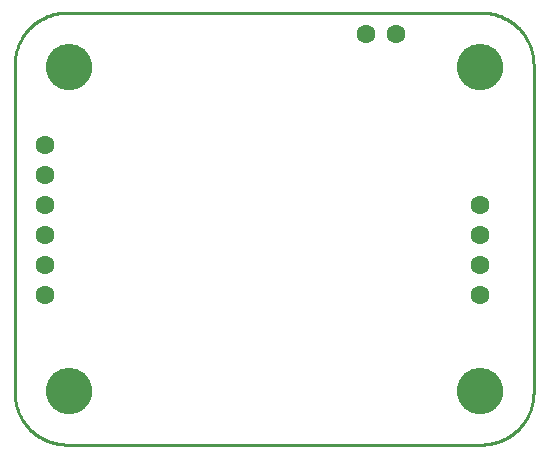
<source format=gbs>
G75*
%MOIN*%
%OFA0B0*%
%FSLAX25Y25*%
%IPPOS*%
%LPD*%
%AMOC8*
5,1,8,0,0,1.08239X$1,22.5*
%
%ADD10C,0.01000*%
%ADD11C,0.00000*%
%ADD12C,0.15400*%
%ADD13C,0.06306*%
D10*
X0019300Y0001800D02*
X0157300Y0001800D01*
X0157723Y0001805D01*
X0158145Y0001820D01*
X0158568Y0001846D01*
X0158989Y0001882D01*
X0159409Y0001928D01*
X0159829Y0001984D01*
X0160246Y0002050D01*
X0160662Y0002126D01*
X0161076Y0002212D01*
X0161488Y0002309D01*
X0161897Y0002415D01*
X0162304Y0002531D01*
X0162708Y0002657D01*
X0163108Y0002792D01*
X0163506Y0002937D01*
X0163899Y0003092D01*
X0164289Y0003256D01*
X0164675Y0003430D01*
X0165056Y0003613D01*
X0165433Y0003805D01*
X0165805Y0004006D01*
X0166172Y0004216D01*
X0166534Y0004434D01*
X0166890Y0004662D01*
X0167241Y0004898D01*
X0167586Y0005142D01*
X0167925Y0005395D01*
X0168258Y0005656D01*
X0168585Y0005924D01*
X0168905Y0006201D01*
X0169218Y0006485D01*
X0169524Y0006777D01*
X0169823Y0007076D01*
X0170115Y0007382D01*
X0170399Y0007695D01*
X0170676Y0008015D01*
X0170944Y0008342D01*
X0171205Y0008675D01*
X0171458Y0009014D01*
X0171702Y0009359D01*
X0171938Y0009710D01*
X0172166Y0010066D01*
X0172384Y0010428D01*
X0172594Y0010795D01*
X0172795Y0011167D01*
X0172987Y0011544D01*
X0173170Y0011925D01*
X0173344Y0012311D01*
X0173508Y0012701D01*
X0173663Y0013094D01*
X0173808Y0013492D01*
X0173943Y0013892D01*
X0174069Y0014296D01*
X0174185Y0014703D01*
X0174291Y0015112D01*
X0174388Y0015524D01*
X0174474Y0015938D01*
X0174550Y0016354D01*
X0174616Y0016771D01*
X0174672Y0017191D01*
X0174718Y0017611D01*
X0174754Y0018032D01*
X0174780Y0018455D01*
X0174795Y0018877D01*
X0174800Y0019300D01*
X0174800Y0128300D01*
X0174795Y0128723D01*
X0174780Y0129145D01*
X0174754Y0129568D01*
X0174718Y0129989D01*
X0174672Y0130409D01*
X0174616Y0130829D01*
X0174550Y0131246D01*
X0174474Y0131662D01*
X0174388Y0132076D01*
X0174291Y0132488D01*
X0174185Y0132897D01*
X0174069Y0133304D01*
X0173943Y0133708D01*
X0173808Y0134108D01*
X0173663Y0134506D01*
X0173508Y0134899D01*
X0173344Y0135289D01*
X0173170Y0135675D01*
X0172987Y0136056D01*
X0172795Y0136433D01*
X0172594Y0136805D01*
X0172384Y0137172D01*
X0172166Y0137534D01*
X0171938Y0137890D01*
X0171702Y0138241D01*
X0171458Y0138586D01*
X0171205Y0138925D01*
X0170944Y0139258D01*
X0170676Y0139585D01*
X0170399Y0139905D01*
X0170115Y0140218D01*
X0169823Y0140524D01*
X0169524Y0140823D01*
X0169218Y0141115D01*
X0168905Y0141399D01*
X0168585Y0141676D01*
X0168258Y0141944D01*
X0167925Y0142205D01*
X0167586Y0142458D01*
X0167241Y0142702D01*
X0166890Y0142938D01*
X0166534Y0143166D01*
X0166172Y0143384D01*
X0165805Y0143594D01*
X0165433Y0143795D01*
X0165056Y0143987D01*
X0164675Y0144170D01*
X0164289Y0144344D01*
X0163899Y0144508D01*
X0163506Y0144663D01*
X0163108Y0144808D01*
X0162708Y0144943D01*
X0162304Y0145069D01*
X0161897Y0145185D01*
X0161488Y0145291D01*
X0161076Y0145388D01*
X0160662Y0145474D01*
X0160246Y0145550D01*
X0159829Y0145616D01*
X0159409Y0145672D01*
X0158989Y0145718D01*
X0158568Y0145754D01*
X0158145Y0145780D01*
X0157723Y0145795D01*
X0157300Y0145800D01*
X0019300Y0145800D01*
X0018877Y0145795D01*
X0018455Y0145780D01*
X0018032Y0145754D01*
X0017611Y0145718D01*
X0017191Y0145672D01*
X0016771Y0145616D01*
X0016354Y0145550D01*
X0015938Y0145474D01*
X0015524Y0145388D01*
X0015112Y0145291D01*
X0014703Y0145185D01*
X0014296Y0145069D01*
X0013892Y0144943D01*
X0013492Y0144808D01*
X0013094Y0144663D01*
X0012701Y0144508D01*
X0012311Y0144344D01*
X0011925Y0144170D01*
X0011544Y0143987D01*
X0011167Y0143795D01*
X0010795Y0143594D01*
X0010428Y0143384D01*
X0010066Y0143166D01*
X0009710Y0142938D01*
X0009359Y0142702D01*
X0009014Y0142458D01*
X0008675Y0142205D01*
X0008342Y0141944D01*
X0008015Y0141676D01*
X0007695Y0141399D01*
X0007382Y0141115D01*
X0007076Y0140823D01*
X0006777Y0140524D01*
X0006485Y0140218D01*
X0006201Y0139905D01*
X0005924Y0139585D01*
X0005656Y0139258D01*
X0005395Y0138925D01*
X0005142Y0138586D01*
X0004898Y0138241D01*
X0004662Y0137890D01*
X0004434Y0137534D01*
X0004216Y0137172D01*
X0004006Y0136805D01*
X0003805Y0136433D01*
X0003613Y0136056D01*
X0003430Y0135675D01*
X0003256Y0135289D01*
X0003092Y0134899D01*
X0002937Y0134506D01*
X0002792Y0134108D01*
X0002657Y0133708D01*
X0002531Y0133304D01*
X0002415Y0132897D01*
X0002309Y0132488D01*
X0002212Y0132076D01*
X0002126Y0131662D01*
X0002050Y0131246D01*
X0001984Y0130829D01*
X0001928Y0130409D01*
X0001882Y0129989D01*
X0001846Y0129568D01*
X0001820Y0129145D01*
X0001805Y0128723D01*
X0001800Y0128300D01*
X0001800Y0019300D01*
X0001805Y0018877D01*
X0001820Y0018455D01*
X0001846Y0018032D01*
X0001882Y0017611D01*
X0001928Y0017191D01*
X0001984Y0016771D01*
X0002050Y0016354D01*
X0002126Y0015938D01*
X0002212Y0015524D01*
X0002309Y0015112D01*
X0002415Y0014703D01*
X0002531Y0014296D01*
X0002657Y0013892D01*
X0002792Y0013492D01*
X0002937Y0013094D01*
X0003092Y0012701D01*
X0003256Y0012311D01*
X0003430Y0011925D01*
X0003613Y0011544D01*
X0003805Y0011167D01*
X0004006Y0010795D01*
X0004216Y0010428D01*
X0004434Y0010066D01*
X0004662Y0009710D01*
X0004898Y0009359D01*
X0005142Y0009014D01*
X0005395Y0008675D01*
X0005656Y0008342D01*
X0005924Y0008015D01*
X0006201Y0007695D01*
X0006485Y0007382D01*
X0006777Y0007076D01*
X0007076Y0006777D01*
X0007382Y0006485D01*
X0007695Y0006201D01*
X0008015Y0005924D01*
X0008342Y0005656D01*
X0008675Y0005395D01*
X0009014Y0005142D01*
X0009359Y0004898D01*
X0009710Y0004662D01*
X0010066Y0004434D01*
X0010428Y0004216D01*
X0010795Y0004006D01*
X0011167Y0003805D01*
X0011544Y0003613D01*
X0011925Y0003430D01*
X0012311Y0003256D01*
X0012701Y0003092D01*
X0013094Y0002937D01*
X0013492Y0002792D01*
X0013892Y0002657D01*
X0014296Y0002531D01*
X0014703Y0002415D01*
X0015112Y0002309D01*
X0015524Y0002212D01*
X0015938Y0002126D01*
X0016354Y0002050D01*
X0016771Y0001984D01*
X0017191Y0001928D01*
X0017611Y0001882D01*
X0018032Y0001846D01*
X0018455Y0001820D01*
X0018877Y0001805D01*
X0019300Y0001800D01*
D11*
X0012300Y0019800D02*
X0012302Y0019984D01*
X0012309Y0020168D01*
X0012320Y0020352D01*
X0012336Y0020535D01*
X0012356Y0020718D01*
X0012381Y0020900D01*
X0012410Y0021082D01*
X0012444Y0021263D01*
X0012482Y0021443D01*
X0012525Y0021622D01*
X0012572Y0021800D01*
X0012623Y0021977D01*
X0012679Y0022153D01*
X0012738Y0022327D01*
X0012803Y0022499D01*
X0012871Y0022670D01*
X0012943Y0022839D01*
X0013020Y0023007D01*
X0013101Y0023172D01*
X0013186Y0023335D01*
X0013274Y0023497D01*
X0013367Y0023656D01*
X0013464Y0023812D01*
X0013564Y0023967D01*
X0013668Y0024119D01*
X0013776Y0024268D01*
X0013887Y0024414D01*
X0014002Y0024558D01*
X0014121Y0024699D01*
X0014243Y0024837D01*
X0014368Y0024972D01*
X0014497Y0025103D01*
X0014628Y0025232D01*
X0014763Y0025357D01*
X0014901Y0025479D01*
X0015042Y0025598D01*
X0015186Y0025713D01*
X0015332Y0025824D01*
X0015481Y0025932D01*
X0015633Y0026036D01*
X0015788Y0026136D01*
X0015944Y0026233D01*
X0016103Y0026326D01*
X0016265Y0026414D01*
X0016428Y0026499D01*
X0016593Y0026580D01*
X0016761Y0026657D01*
X0016930Y0026729D01*
X0017101Y0026797D01*
X0017273Y0026862D01*
X0017447Y0026921D01*
X0017623Y0026977D01*
X0017800Y0027028D01*
X0017978Y0027075D01*
X0018157Y0027118D01*
X0018337Y0027156D01*
X0018518Y0027190D01*
X0018700Y0027219D01*
X0018882Y0027244D01*
X0019065Y0027264D01*
X0019248Y0027280D01*
X0019432Y0027291D01*
X0019616Y0027298D01*
X0019800Y0027300D01*
X0019984Y0027298D01*
X0020168Y0027291D01*
X0020352Y0027280D01*
X0020535Y0027264D01*
X0020718Y0027244D01*
X0020900Y0027219D01*
X0021082Y0027190D01*
X0021263Y0027156D01*
X0021443Y0027118D01*
X0021622Y0027075D01*
X0021800Y0027028D01*
X0021977Y0026977D01*
X0022153Y0026921D01*
X0022327Y0026862D01*
X0022499Y0026797D01*
X0022670Y0026729D01*
X0022839Y0026657D01*
X0023007Y0026580D01*
X0023172Y0026499D01*
X0023335Y0026414D01*
X0023497Y0026326D01*
X0023656Y0026233D01*
X0023812Y0026136D01*
X0023967Y0026036D01*
X0024119Y0025932D01*
X0024268Y0025824D01*
X0024414Y0025713D01*
X0024558Y0025598D01*
X0024699Y0025479D01*
X0024837Y0025357D01*
X0024972Y0025232D01*
X0025103Y0025103D01*
X0025232Y0024972D01*
X0025357Y0024837D01*
X0025479Y0024699D01*
X0025598Y0024558D01*
X0025713Y0024414D01*
X0025824Y0024268D01*
X0025932Y0024119D01*
X0026036Y0023967D01*
X0026136Y0023812D01*
X0026233Y0023656D01*
X0026326Y0023497D01*
X0026414Y0023335D01*
X0026499Y0023172D01*
X0026580Y0023007D01*
X0026657Y0022839D01*
X0026729Y0022670D01*
X0026797Y0022499D01*
X0026862Y0022327D01*
X0026921Y0022153D01*
X0026977Y0021977D01*
X0027028Y0021800D01*
X0027075Y0021622D01*
X0027118Y0021443D01*
X0027156Y0021263D01*
X0027190Y0021082D01*
X0027219Y0020900D01*
X0027244Y0020718D01*
X0027264Y0020535D01*
X0027280Y0020352D01*
X0027291Y0020168D01*
X0027298Y0019984D01*
X0027300Y0019800D01*
X0027298Y0019616D01*
X0027291Y0019432D01*
X0027280Y0019248D01*
X0027264Y0019065D01*
X0027244Y0018882D01*
X0027219Y0018700D01*
X0027190Y0018518D01*
X0027156Y0018337D01*
X0027118Y0018157D01*
X0027075Y0017978D01*
X0027028Y0017800D01*
X0026977Y0017623D01*
X0026921Y0017447D01*
X0026862Y0017273D01*
X0026797Y0017101D01*
X0026729Y0016930D01*
X0026657Y0016761D01*
X0026580Y0016593D01*
X0026499Y0016428D01*
X0026414Y0016265D01*
X0026326Y0016103D01*
X0026233Y0015944D01*
X0026136Y0015788D01*
X0026036Y0015633D01*
X0025932Y0015481D01*
X0025824Y0015332D01*
X0025713Y0015186D01*
X0025598Y0015042D01*
X0025479Y0014901D01*
X0025357Y0014763D01*
X0025232Y0014628D01*
X0025103Y0014497D01*
X0024972Y0014368D01*
X0024837Y0014243D01*
X0024699Y0014121D01*
X0024558Y0014002D01*
X0024414Y0013887D01*
X0024268Y0013776D01*
X0024119Y0013668D01*
X0023967Y0013564D01*
X0023812Y0013464D01*
X0023656Y0013367D01*
X0023497Y0013274D01*
X0023335Y0013186D01*
X0023172Y0013101D01*
X0023007Y0013020D01*
X0022839Y0012943D01*
X0022670Y0012871D01*
X0022499Y0012803D01*
X0022327Y0012738D01*
X0022153Y0012679D01*
X0021977Y0012623D01*
X0021800Y0012572D01*
X0021622Y0012525D01*
X0021443Y0012482D01*
X0021263Y0012444D01*
X0021082Y0012410D01*
X0020900Y0012381D01*
X0020718Y0012356D01*
X0020535Y0012336D01*
X0020352Y0012320D01*
X0020168Y0012309D01*
X0019984Y0012302D01*
X0019800Y0012300D01*
X0019616Y0012302D01*
X0019432Y0012309D01*
X0019248Y0012320D01*
X0019065Y0012336D01*
X0018882Y0012356D01*
X0018700Y0012381D01*
X0018518Y0012410D01*
X0018337Y0012444D01*
X0018157Y0012482D01*
X0017978Y0012525D01*
X0017800Y0012572D01*
X0017623Y0012623D01*
X0017447Y0012679D01*
X0017273Y0012738D01*
X0017101Y0012803D01*
X0016930Y0012871D01*
X0016761Y0012943D01*
X0016593Y0013020D01*
X0016428Y0013101D01*
X0016265Y0013186D01*
X0016103Y0013274D01*
X0015944Y0013367D01*
X0015788Y0013464D01*
X0015633Y0013564D01*
X0015481Y0013668D01*
X0015332Y0013776D01*
X0015186Y0013887D01*
X0015042Y0014002D01*
X0014901Y0014121D01*
X0014763Y0014243D01*
X0014628Y0014368D01*
X0014497Y0014497D01*
X0014368Y0014628D01*
X0014243Y0014763D01*
X0014121Y0014901D01*
X0014002Y0015042D01*
X0013887Y0015186D01*
X0013776Y0015332D01*
X0013668Y0015481D01*
X0013564Y0015633D01*
X0013464Y0015788D01*
X0013367Y0015944D01*
X0013274Y0016103D01*
X0013186Y0016265D01*
X0013101Y0016428D01*
X0013020Y0016593D01*
X0012943Y0016761D01*
X0012871Y0016930D01*
X0012803Y0017101D01*
X0012738Y0017273D01*
X0012679Y0017447D01*
X0012623Y0017623D01*
X0012572Y0017800D01*
X0012525Y0017978D01*
X0012482Y0018157D01*
X0012444Y0018337D01*
X0012410Y0018518D01*
X0012381Y0018700D01*
X0012356Y0018882D01*
X0012336Y0019065D01*
X0012320Y0019248D01*
X0012309Y0019432D01*
X0012302Y0019616D01*
X0012300Y0019800D01*
X0012300Y0127800D02*
X0012302Y0127984D01*
X0012309Y0128168D01*
X0012320Y0128352D01*
X0012336Y0128535D01*
X0012356Y0128718D01*
X0012381Y0128900D01*
X0012410Y0129082D01*
X0012444Y0129263D01*
X0012482Y0129443D01*
X0012525Y0129622D01*
X0012572Y0129800D01*
X0012623Y0129977D01*
X0012679Y0130153D01*
X0012738Y0130327D01*
X0012803Y0130499D01*
X0012871Y0130670D01*
X0012943Y0130839D01*
X0013020Y0131007D01*
X0013101Y0131172D01*
X0013186Y0131335D01*
X0013274Y0131497D01*
X0013367Y0131656D01*
X0013464Y0131812D01*
X0013564Y0131967D01*
X0013668Y0132119D01*
X0013776Y0132268D01*
X0013887Y0132414D01*
X0014002Y0132558D01*
X0014121Y0132699D01*
X0014243Y0132837D01*
X0014368Y0132972D01*
X0014497Y0133103D01*
X0014628Y0133232D01*
X0014763Y0133357D01*
X0014901Y0133479D01*
X0015042Y0133598D01*
X0015186Y0133713D01*
X0015332Y0133824D01*
X0015481Y0133932D01*
X0015633Y0134036D01*
X0015788Y0134136D01*
X0015944Y0134233D01*
X0016103Y0134326D01*
X0016265Y0134414D01*
X0016428Y0134499D01*
X0016593Y0134580D01*
X0016761Y0134657D01*
X0016930Y0134729D01*
X0017101Y0134797D01*
X0017273Y0134862D01*
X0017447Y0134921D01*
X0017623Y0134977D01*
X0017800Y0135028D01*
X0017978Y0135075D01*
X0018157Y0135118D01*
X0018337Y0135156D01*
X0018518Y0135190D01*
X0018700Y0135219D01*
X0018882Y0135244D01*
X0019065Y0135264D01*
X0019248Y0135280D01*
X0019432Y0135291D01*
X0019616Y0135298D01*
X0019800Y0135300D01*
X0019984Y0135298D01*
X0020168Y0135291D01*
X0020352Y0135280D01*
X0020535Y0135264D01*
X0020718Y0135244D01*
X0020900Y0135219D01*
X0021082Y0135190D01*
X0021263Y0135156D01*
X0021443Y0135118D01*
X0021622Y0135075D01*
X0021800Y0135028D01*
X0021977Y0134977D01*
X0022153Y0134921D01*
X0022327Y0134862D01*
X0022499Y0134797D01*
X0022670Y0134729D01*
X0022839Y0134657D01*
X0023007Y0134580D01*
X0023172Y0134499D01*
X0023335Y0134414D01*
X0023497Y0134326D01*
X0023656Y0134233D01*
X0023812Y0134136D01*
X0023967Y0134036D01*
X0024119Y0133932D01*
X0024268Y0133824D01*
X0024414Y0133713D01*
X0024558Y0133598D01*
X0024699Y0133479D01*
X0024837Y0133357D01*
X0024972Y0133232D01*
X0025103Y0133103D01*
X0025232Y0132972D01*
X0025357Y0132837D01*
X0025479Y0132699D01*
X0025598Y0132558D01*
X0025713Y0132414D01*
X0025824Y0132268D01*
X0025932Y0132119D01*
X0026036Y0131967D01*
X0026136Y0131812D01*
X0026233Y0131656D01*
X0026326Y0131497D01*
X0026414Y0131335D01*
X0026499Y0131172D01*
X0026580Y0131007D01*
X0026657Y0130839D01*
X0026729Y0130670D01*
X0026797Y0130499D01*
X0026862Y0130327D01*
X0026921Y0130153D01*
X0026977Y0129977D01*
X0027028Y0129800D01*
X0027075Y0129622D01*
X0027118Y0129443D01*
X0027156Y0129263D01*
X0027190Y0129082D01*
X0027219Y0128900D01*
X0027244Y0128718D01*
X0027264Y0128535D01*
X0027280Y0128352D01*
X0027291Y0128168D01*
X0027298Y0127984D01*
X0027300Y0127800D01*
X0027298Y0127616D01*
X0027291Y0127432D01*
X0027280Y0127248D01*
X0027264Y0127065D01*
X0027244Y0126882D01*
X0027219Y0126700D01*
X0027190Y0126518D01*
X0027156Y0126337D01*
X0027118Y0126157D01*
X0027075Y0125978D01*
X0027028Y0125800D01*
X0026977Y0125623D01*
X0026921Y0125447D01*
X0026862Y0125273D01*
X0026797Y0125101D01*
X0026729Y0124930D01*
X0026657Y0124761D01*
X0026580Y0124593D01*
X0026499Y0124428D01*
X0026414Y0124265D01*
X0026326Y0124103D01*
X0026233Y0123944D01*
X0026136Y0123788D01*
X0026036Y0123633D01*
X0025932Y0123481D01*
X0025824Y0123332D01*
X0025713Y0123186D01*
X0025598Y0123042D01*
X0025479Y0122901D01*
X0025357Y0122763D01*
X0025232Y0122628D01*
X0025103Y0122497D01*
X0024972Y0122368D01*
X0024837Y0122243D01*
X0024699Y0122121D01*
X0024558Y0122002D01*
X0024414Y0121887D01*
X0024268Y0121776D01*
X0024119Y0121668D01*
X0023967Y0121564D01*
X0023812Y0121464D01*
X0023656Y0121367D01*
X0023497Y0121274D01*
X0023335Y0121186D01*
X0023172Y0121101D01*
X0023007Y0121020D01*
X0022839Y0120943D01*
X0022670Y0120871D01*
X0022499Y0120803D01*
X0022327Y0120738D01*
X0022153Y0120679D01*
X0021977Y0120623D01*
X0021800Y0120572D01*
X0021622Y0120525D01*
X0021443Y0120482D01*
X0021263Y0120444D01*
X0021082Y0120410D01*
X0020900Y0120381D01*
X0020718Y0120356D01*
X0020535Y0120336D01*
X0020352Y0120320D01*
X0020168Y0120309D01*
X0019984Y0120302D01*
X0019800Y0120300D01*
X0019616Y0120302D01*
X0019432Y0120309D01*
X0019248Y0120320D01*
X0019065Y0120336D01*
X0018882Y0120356D01*
X0018700Y0120381D01*
X0018518Y0120410D01*
X0018337Y0120444D01*
X0018157Y0120482D01*
X0017978Y0120525D01*
X0017800Y0120572D01*
X0017623Y0120623D01*
X0017447Y0120679D01*
X0017273Y0120738D01*
X0017101Y0120803D01*
X0016930Y0120871D01*
X0016761Y0120943D01*
X0016593Y0121020D01*
X0016428Y0121101D01*
X0016265Y0121186D01*
X0016103Y0121274D01*
X0015944Y0121367D01*
X0015788Y0121464D01*
X0015633Y0121564D01*
X0015481Y0121668D01*
X0015332Y0121776D01*
X0015186Y0121887D01*
X0015042Y0122002D01*
X0014901Y0122121D01*
X0014763Y0122243D01*
X0014628Y0122368D01*
X0014497Y0122497D01*
X0014368Y0122628D01*
X0014243Y0122763D01*
X0014121Y0122901D01*
X0014002Y0123042D01*
X0013887Y0123186D01*
X0013776Y0123332D01*
X0013668Y0123481D01*
X0013564Y0123633D01*
X0013464Y0123788D01*
X0013367Y0123944D01*
X0013274Y0124103D01*
X0013186Y0124265D01*
X0013101Y0124428D01*
X0013020Y0124593D01*
X0012943Y0124761D01*
X0012871Y0124930D01*
X0012803Y0125101D01*
X0012738Y0125273D01*
X0012679Y0125447D01*
X0012623Y0125623D01*
X0012572Y0125800D01*
X0012525Y0125978D01*
X0012482Y0126157D01*
X0012444Y0126337D01*
X0012410Y0126518D01*
X0012381Y0126700D01*
X0012356Y0126882D01*
X0012336Y0127065D01*
X0012320Y0127248D01*
X0012309Y0127432D01*
X0012302Y0127616D01*
X0012300Y0127800D01*
X0149300Y0127800D02*
X0149302Y0127984D01*
X0149309Y0128168D01*
X0149320Y0128352D01*
X0149336Y0128535D01*
X0149356Y0128718D01*
X0149381Y0128900D01*
X0149410Y0129082D01*
X0149444Y0129263D01*
X0149482Y0129443D01*
X0149525Y0129622D01*
X0149572Y0129800D01*
X0149623Y0129977D01*
X0149679Y0130153D01*
X0149738Y0130327D01*
X0149803Y0130499D01*
X0149871Y0130670D01*
X0149943Y0130839D01*
X0150020Y0131007D01*
X0150101Y0131172D01*
X0150186Y0131335D01*
X0150274Y0131497D01*
X0150367Y0131656D01*
X0150464Y0131812D01*
X0150564Y0131967D01*
X0150668Y0132119D01*
X0150776Y0132268D01*
X0150887Y0132414D01*
X0151002Y0132558D01*
X0151121Y0132699D01*
X0151243Y0132837D01*
X0151368Y0132972D01*
X0151497Y0133103D01*
X0151628Y0133232D01*
X0151763Y0133357D01*
X0151901Y0133479D01*
X0152042Y0133598D01*
X0152186Y0133713D01*
X0152332Y0133824D01*
X0152481Y0133932D01*
X0152633Y0134036D01*
X0152788Y0134136D01*
X0152944Y0134233D01*
X0153103Y0134326D01*
X0153265Y0134414D01*
X0153428Y0134499D01*
X0153593Y0134580D01*
X0153761Y0134657D01*
X0153930Y0134729D01*
X0154101Y0134797D01*
X0154273Y0134862D01*
X0154447Y0134921D01*
X0154623Y0134977D01*
X0154800Y0135028D01*
X0154978Y0135075D01*
X0155157Y0135118D01*
X0155337Y0135156D01*
X0155518Y0135190D01*
X0155700Y0135219D01*
X0155882Y0135244D01*
X0156065Y0135264D01*
X0156248Y0135280D01*
X0156432Y0135291D01*
X0156616Y0135298D01*
X0156800Y0135300D01*
X0156984Y0135298D01*
X0157168Y0135291D01*
X0157352Y0135280D01*
X0157535Y0135264D01*
X0157718Y0135244D01*
X0157900Y0135219D01*
X0158082Y0135190D01*
X0158263Y0135156D01*
X0158443Y0135118D01*
X0158622Y0135075D01*
X0158800Y0135028D01*
X0158977Y0134977D01*
X0159153Y0134921D01*
X0159327Y0134862D01*
X0159499Y0134797D01*
X0159670Y0134729D01*
X0159839Y0134657D01*
X0160007Y0134580D01*
X0160172Y0134499D01*
X0160335Y0134414D01*
X0160497Y0134326D01*
X0160656Y0134233D01*
X0160812Y0134136D01*
X0160967Y0134036D01*
X0161119Y0133932D01*
X0161268Y0133824D01*
X0161414Y0133713D01*
X0161558Y0133598D01*
X0161699Y0133479D01*
X0161837Y0133357D01*
X0161972Y0133232D01*
X0162103Y0133103D01*
X0162232Y0132972D01*
X0162357Y0132837D01*
X0162479Y0132699D01*
X0162598Y0132558D01*
X0162713Y0132414D01*
X0162824Y0132268D01*
X0162932Y0132119D01*
X0163036Y0131967D01*
X0163136Y0131812D01*
X0163233Y0131656D01*
X0163326Y0131497D01*
X0163414Y0131335D01*
X0163499Y0131172D01*
X0163580Y0131007D01*
X0163657Y0130839D01*
X0163729Y0130670D01*
X0163797Y0130499D01*
X0163862Y0130327D01*
X0163921Y0130153D01*
X0163977Y0129977D01*
X0164028Y0129800D01*
X0164075Y0129622D01*
X0164118Y0129443D01*
X0164156Y0129263D01*
X0164190Y0129082D01*
X0164219Y0128900D01*
X0164244Y0128718D01*
X0164264Y0128535D01*
X0164280Y0128352D01*
X0164291Y0128168D01*
X0164298Y0127984D01*
X0164300Y0127800D01*
X0164298Y0127616D01*
X0164291Y0127432D01*
X0164280Y0127248D01*
X0164264Y0127065D01*
X0164244Y0126882D01*
X0164219Y0126700D01*
X0164190Y0126518D01*
X0164156Y0126337D01*
X0164118Y0126157D01*
X0164075Y0125978D01*
X0164028Y0125800D01*
X0163977Y0125623D01*
X0163921Y0125447D01*
X0163862Y0125273D01*
X0163797Y0125101D01*
X0163729Y0124930D01*
X0163657Y0124761D01*
X0163580Y0124593D01*
X0163499Y0124428D01*
X0163414Y0124265D01*
X0163326Y0124103D01*
X0163233Y0123944D01*
X0163136Y0123788D01*
X0163036Y0123633D01*
X0162932Y0123481D01*
X0162824Y0123332D01*
X0162713Y0123186D01*
X0162598Y0123042D01*
X0162479Y0122901D01*
X0162357Y0122763D01*
X0162232Y0122628D01*
X0162103Y0122497D01*
X0161972Y0122368D01*
X0161837Y0122243D01*
X0161699Y0122121D01*
X0161558Y0122002D01*
X0161414Y0121887D01*
X0161268Y0121776D01*
X0161119Y0121668D01*
X0160967Y0121564D01*
X0160812Y0121464D01*
X0160656Y0121367D01*
X0160497Y0121274D01*
X0160335Y0121186D01*
X0160172Y0121101D01*
X0160007Y0121020D01*
X0159839Y0120943D01*
X0159670Y0120871D01*
X0159499Y0120803D01*
X0159327Y0120738D01*
X0159153Y0120679D01*
X0158977Y0120623D01*
X0158800Y0120572D01*
X0158622Y0120525D01*
X0158443Y0120482D01*
X0158263Y0120444D01*
X0158082Y0120410D01*
X0157900Y0120381D01*
X0157718Y0120356D01*
X0157535Y0120336D01*
X0157352Y0120320D01*
X0157168Y0120309D01*
X0156984Y0120302D01*
X0156800Y0120300D01*
X0156616Y0120302D01*
X0156432Y0120309D01*
X0156248Y0120320D01*
X0156065Y0120336D01*
X0155882Y0120356D01*
X0155700Y0120381D01*
X0155518Y0120410D01*
X0155337Y0120444D01*
X0155157Y0120482D01*
X0154978Y0120525D01*
X0154800Y0120572D01*
X0154623Y0120623D01*
X0154447Y0120679D01*
X0154273Y0120738D01*
X0154101Y0120803D01*
X0153930Y0120871D01*
X0153761Y0120943D01*
X0153593Y0121020D01*
X0153428Y0121101D01*
X0153265Y0121186D01*
X0153103Y0121274D01*
X0152944Y0121367D01*
X0152788Y0121464D01*
X0152633Y0121564D01*
X0152481Y0121668D01*
X0152332Y0121776D01*
X0152186Y0121887D01*
X0152042Y0122002D01*
X0151901Y0122121D01*
X0151763Y0122243D01*
X0151628Y0122368D01*
X0151497Y0122497D01*
X0151368Y0122628D01*
X0151243Y0122763D01*
X0151121Y0122901D01*
X0151002Y0123042D01*
X0150887Y0123186D01*
X0150776Y0123332D01*
X0150668Y0123481D01*
X0150564Y0123633D01*
X0150464Y0123788D01*
X0150367Y0123944D01*
X0150274Y0124103D01*
X0150186Y0124265D01*
X0150101Y0124428D01*
X0150020Y0124593D01*
X0149943Y0124761D01*
X0149871Y0124930D01*
X0149803Y0125101D01*
X0149738Y0125273D01*
X0149679Y0125447D01*
X0149623Y0125623D01*
X0149572Y0125800D01*
X0149525Y0125978D01*
X0149482Y0126157D01*
X0149444Y0126337D01*
X0149410Y0126518D01*
X0149381Y0126700D01*
X0149356Y0126882D01*
X0149336Y0127065D01*
X0149320Y0127248D01*
X0149309Y0127432D01*
X0149302Y0127616D01*
X0149300Y0127800D01*
X0149300Y0019800D02*
X0149302Y0019984D01*
X0149309Y0020168D01*
X0149320Y0020352D01*
X0149336Y0020535D01*
X0149356Y0020718D01*
X0149381Y0020900D01*
X0149410Y0021082D01*
X0149444Y0021263D01*
X0149482Y0021443D01*
X0149525Y0021622D01*
X0149572Y0021800D01*
X0149623Y0021977D01*
X0149679Y0022153D01*
X0149738Y0022327D01*
X0149803Y0022499D01*
X0149871Y0022670D01*
X0149943Y0022839D01*
X0150020Y0023007D01*
X0150101Y0023172D01*
X0150186Y0023335D01*
X0150274Y0023497D01*
X0150367Y0023656D01*
X0150464Y0023812D01*
X0150564Y0023967D01*
X0150668Y0024119D01*
X0150776Y0024268D01*
X0150887Y0024414D01*
X0151002Y0024558D01*
X0151121Y0024699D01*
X0151243Y0024837D01*
X0151368Y0024972D01*
X0151497Y0025103D01*
X0151628Y0025232D01*
X0151763Y0025357D01*
X0151901Y0025479D01*
X0152042Y0025598D01*
X0152186Y0025713D01*
X0152332Y0025824D01*
X0152481Y0025932D01*
X0152633Y0026036D01*
X0152788Y0026136D01*
X0152944Y0026233D01*
X0153103Y0026326D01*
X0153265Y0026414D01*
X0153428Y0026499D01*
X0153593Y0026580D01*
X0153761Y0026657D01*
X0153930Y0026729D01*
X0154101Y0026797D01*
X0154273Y0026862D01*
X0154447Y0026921D01*
X0154623Y0026977D01*
X0154800Y0027028D01*
X0154978Y0027075D01*
X0155157Y0027118D01*
X0155337Y0027156D01*
X0155518Y0027190D01*
X0155700Y0027219D01*
X0155882Y0027244D01*
X0156065Y0027264D01*
X0156248Y0027280D01*
X0156432Y0027291D01*
X0156616Y0027298D01*
X0156800Y0027300D01*
X0156984Y0027298D01*
X0157168Y0027291D01*
X0157352Y0027280D01*
X0157535Y0027264D01*
X0157718Y0027244D01*
X0157900Y0027219D01*
X0158082Y0027190D01*
X0158263Y0027156D01*
X0158443Y0027118D01*
X0158622Y0027075D01*
X0158800Y0027028D01*
X0158977Y0026977D01*
X0159153Y0026921D01*
X0159327Y0026862D01*
X0159499Y0026797D01*
X0159670Y0026729D01*
X0159839Y0026657D01*
X0160007Y0026580D01*
X0160172Y0026499D01*
X0160335Y0026414D01*
X0160497Y0026326D01*
X0160656Y0026233D01*
X0160812Y0026136D01*
X0160967Y0026036D01*
X0161119Y0025932D01*
X0161268Y0025824D01*
X0161414Y0025713D01*
X0161558Y0025598D01*
X0161699Y0025479D01*
X0161837Y0025357D01*
X0161972Y0025232D01*
X0162103Y0025103D01*
X0162232Y0024972D01*
X0162357Y0024837D01*
X0162479Y0024699D01*
X0162598Y0024558D01*
X0162713Y0024414D01*
X0162824Y0024268D01*
X0162932Y0024119D01*
X0163036Y0023967D01*
X0163136Y0023812D01*
X0163233Y0023656D01*
X0163326Y0023497D01*
X0163414Y0023335D01*
X0163499Y0023172D01*
X0163580Y0023007D01*
X0163657Y0022839D01*
X0163729Y0022670D01*
X0163797Y0022499D01*
X0163862Y0022327D01*
X0163921Y0022153D01*
X0163977Y0021977D01*
X0164028Y0021800D01*
X0164075Y0021622D01*
X0164118Y0021443D01*
X0164156Y0021263D01*
X0164190Y0021082D01*
X0164219Y0020900D01*
X0164244Y0020718D01*
X0164264Y0020535D01*
X0164280Y0020352D01*
X0164291Y0020168D01*
X0164298Y0019984D01*
X0164300Y0019800D01*
X0164298Y0019616D01*
X0164291Y0019432D01*
X0164280Y0019248D01*
X0164264Y0019065D01*
X0164244Y0018882D01*
X0164219Y0018700D01*
X0164190Y0018518D01*
X0164156Y0018337D01*
X0164118Y0018157D01*
X0164075Y0017978D01*
X0164028Y0017800D01*
X0163977Y0017623D01*
X0163921Y0017447D01*
X0163862Y0017273D01*
X0163797Y0017101D01*
X0163729Y0016930D01*
X0163657Y0016761D01*
X0163580Y0016593D01*
X0163499Y0016428D01*
X0163414Y0016265D01*
X0163326Y0016103D01*
X0163233Y0015944D01*
X0163136Y0015788D01*
X0163036Y0015633D01*
X0162932Y0015481D01*
X0162824Y0015332D01*
X0162713Y0015186D01*
X0162598Y0015042D01*
X0162479Y0014901D01*
X0162357Y0014763D01*
X0162232Y0014628D01*
X0162103Y0014497D01*
X0161972Y0014368D01*
X0161837Y0014243D01*
X0161699Y0014121D01*
X0161558Y0014002D01*
X0161414Y0013887D01*
X0161268Y0013776D01*
X0161119Y0013668D01*
X0160967Y0013564D01*
X0160812Y0013464D01*
X0160656Y0013367D01*
X0160497Y0013274D01*
X0160335Y0013186D01*
X0160172Y0013101D01*
X0160007Y0013020D01*
X0159839Y0012943D01*
X0159670Y0012871D01*
X0159499Y0012803D01*
X0159327Y0012738D01*
X0159153Y0012679D01*
X0158977Y0012623D01*
X0158800Y0012572D01*
X0158622Y0012525D01*
X0158443Y0012482D01*
X0158263Y0012444D01*
X0158082Y0012410D01*
X0157900Y0012381D01*
X0157718Y0012356D01*
X0157535Y0012336D01*
X0157352Y0012320D01*
X0157168Y0012309D01*
X0156984Y0012302D01*
X0156800Y0012300D01*
X0156616Y0012302D01*
X0156432Y0012309D01*
X0156248Y0012320D01*
X0156065Y0012336D01*
X0155882Y0012356D01*
X0155700Y0012381D01*
X0155518Y0012410D01*
X0155337Y0012444D01*
X0155157Y0012482D01*
X0154978Y0012525D01*
X0154800Y0012572D01*
X0154623Y0012623D01*
X0154447Y0012679D01*
X0154273Y0012738D01*
X0154101Y0012803D01*
X0153930Y0012871D01*
X0153761Y0012943D01*
X0153593Y0013020D01*
X0153428Y0013101D01*
X0153265Y0013186D01*
X0153103Y0013274D01*
X0152944Y0013367D01*
X0152788Y0013464D01*
X0152633Y0013564D01*
X0152481Y0013668D01*
X0152332Y0013776D01*
X0152186Y0013887D01*
X0152042Y0014002D01*
X0151901Y0014121D01*
X0151763Y0014243D01*
X0151628Y0014368D01*
X0151497Y0014497D01*
X0151368Y0014628D01*
X0151243Y0014763D01*
X0151121Y0014901D01*
X0151002Y0015042D01*
X0150887Y0015186D01*
X0150776Y0015332D01*
X0150668Y0015481D01*
X0150564Y0015633D01*
X0150464Y0015788D01*
X0150367Y0015944D01*
X0150274Y0016103D01*
X0150186Y0016265D01*
X0150101Y0016428D01*
X0150020Y0016593D01*
X0149943Y0016761D01*
X0149871Y0016930D01*
X0149803Y0017101D01*
X0149738Y0017273D01*
X0149679Y0017447D01*
X0149623Y0017623D01*
X0149572Y0017800D01*
X0149525Y0017978D01*
X0149482Y0018157D01*
X0149444Y0018337D01*
X0149410Y0018518D01*
X0149381Y0018700D01*
X0149356Y0018882D01*
X0149336Y0019065D01*
X0149320Y0019248D01*
X0149309Y0019432D01*
X0149302Y0019616D01*
X0149300Y0019800D01*
D12*
X0156800Y0019800D03*
X0156800Y0127800D03*
X0019800Y0127800D03*
X0019800Y0019800D03*
D13*
X0011800Y0051800D03*
X0011800Y0061800D03*
X0011800Y0071800D03*
X0011800Y0081800D03*
X0011800Y0091800D03*
X0011800Y0101800D03*
X0118800Y0138800D03*
X0128800Y0138800D03*
X0156800Y0081800D03*
X0156800Y0071800D03*
X0156800Y0061800D03*
X0156800Y0051800D03*
M02*

</source>
